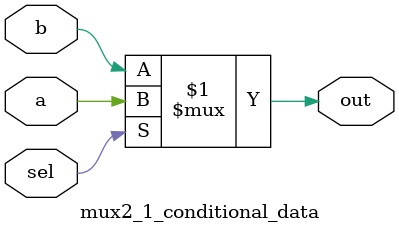
<source format=v>
module mux2_1_conditional_data(out,a,b,sel);
 output out;
 input a,b,sel;
 assign out = sel?a:b;
endmodule
</source>
